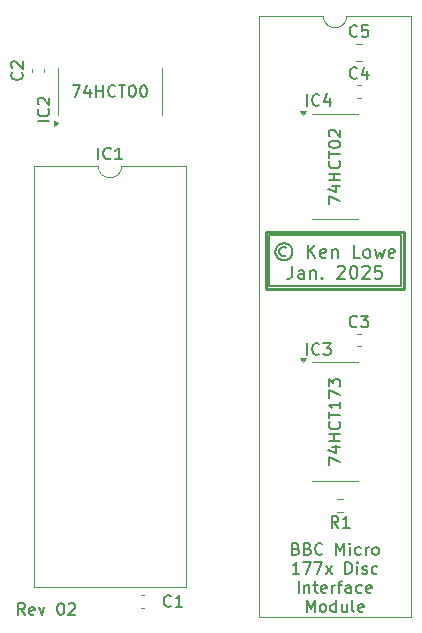
<source format=gbr>
%TF.GenerationSoftware,KiCad,Pcbnew,8.0.7*%
%TF.CreationDate,2025-01-07T22:57:07+00:00*%
%TF.ProjectId,177x,31373778-2e6b-4696-9361-645f70636258,01*%
%TF.SameCoordinates,Original*%
%TF.FileFunction,Legend,Top*%
%TF.FilePolarity,Positive*%
%FSLAX46Y46*%
G04 Gerber Fmt 4.6, Leading zero omitted, Abs format (unit mm)*
G04 Created by KiCad (PCBNEW 8.0.7) date 2025-01-07 22:57:07*
%MOMM*%
%LPD*%
G01*
G04 APERTURE LIST*
%ADD10C,0.250000*%
%ADD11C,0.150000*%
%ADD12C,0.120000*%
G04 APERTURE END LIST*
D10*
X102113000Y-54097000D02*
X113797000Y-54097000D01*
X113797000Y-58923000D01*
X102113000Y-58923000D01*
X102113000Y-54097000D01*
D11*
X102367000Y-54351000D02*
X113543000Y-54351000D01*
X113543000Y-58669000D01*
X102367000Y-58669000D01*
X102367000Y-54351000D01*
X81685207Y-86478819D02*
X81351874Y-86002628D01*
X81113779Y-86478819D02*
X81113779Y-85478819D01*
X81113779Y-85478819D02*
X81494731Y-85478819D01*
X81494731Y-85478819D02*
X81589969Y-85526438D01*
X81589969Y-85526438D02*
X81637588Y-85574057D01*
X81637588Y-85574057D02*
X81685207Y-85669295D01*
X81685207Y-85669295D02*
X81685207Y-85812152D01*
X81685207Y-85812152D02*
X81637588Y-85907390D01*
X81637588Y-85907390D02*
X81589969Y-85955009D01*
X81589969Y-85955009D02*
X81494731Y-86002628D01*
X81494731Y-86002628D02*
X81113779Y-86002628D01*
X82494731Y-86431200D02*
X82399493Y-86478819D01*
X82399493Y-86478819D02*
X82209017Y-86478819D01*
X82209017Y-86478819D02*
X82113779Y-86431200D01*
X82113779Y-86431200D02*
X82066160Y-86335961D01*
X82066160Y-86335961D02*
X82066160Y-85955009D01*
X82066160Y-85955009D02*
X82113779Y-85859771D01*
X82113779Y-85859771D02*
X82209017Y-85812152D01*
X82209017Y-85812152D02*
X82399493Y-85812152D01*
X82399493Y-85812152D02*
X82494731Y-85859771D01*
X82494731Y-85859771D02*
X82542350Y-85955009D01*
X82542350Y-85955009D02*
X82542350Y-86050247D01*
X82542350Y-86050247D02*
X82066160Y-86145485D01*
X82875684Y-85812152D02*
X83113779Y-86478819D01*
X83113779Y-86478819D02*
X83351874Y-85812152D01*
X84685208Y-85478819D02*
X84780446Y-85478819D01*
X84780446Y-85478819D02*
X84875684Y-85526438D01*
X84875684Y-85526438D02*
X84923303Y-85574057D01*
X84923303Y-85574057D02*
X84970922Y-85669295D01*
X84970922Y-85669295D02*
X85018541Y-85859771D01*
X85018541Y-85859771D02*
X85018541Y-86097866D01*
X85018541Y-86097866D02*
X84970922Y-86288342D01*
X84970922Y-86288342D02*
X84923303Y-86383580D01*
X84923303Y-86383580D02*
X84875684Y-86431200D01*
X84875684Y-86431200D02*
X84780446Y-86478819D01*
X84780446Y-86478819D02*
X84685208Y-86478819D01*
X84685208Y-86478819D02*
X84589970Y-86431200D01*
X84589970Y-86431200D02*
X84542351Y-86383580D01*
X84542351Y-86383580D02*
X84494732Y-86288342D01*
X84494732Y-86288342D02*
X84447113Y-86097866D01*
X84447113Y-86097866D02*
X84447113Y-85859771D01*
X84447113Y-85859771D02*
X84494732Y-85669295D01*
X84494732Y-85669295D02*
X84542351Y-85574057D01*
X84542351Y-85574057D02*
X84589970Y-85526438D01*
X84589970Y-85526438D02*
X84685208Y-85478819D01*
X85399494Y-85574057D02*
X85447113Y-85526438D01*
X85447113Y-85526438D02*
X85542351Y-85478819D01*
X85542351Y-85478819D02*
X85780446Y-85478819D01*
X85780446Y-85478819D02*
X85875684Y-85526438D01*
X85875684Y-85526438D02*
X85923303Y-85574057D01*
X85923303Y-85574057D02*
X85970922Y-85669295D01*
X85970922Y-85669295D02*
X85970922Y-85764533D01*
X85970922Y-85764533D02*
X85923303Y-85907390D01*
X85923303Y-85907390D02*
X85351875Y-86478819D01*
X85351875Y-86478819D02*
X85970922Y-86478819D01*
X103816905Y-55409547D02*
X103712144Y-55357166D01*
X103712144Y-55357166D02*
X103502620Y-55357166D01*
X103502620Y-55357166D02*
X103397858Y-55409547D01*
X103397858Y-55409547D02*
X103293096Y-55514309D01*
X103293096Y-55514309D02*
X103240715Y-55619071D01*
X103240715Y-55619071D02*
X103240715Y-55828595D01*
X103240715Y-55828595D02*
X103293096Y-55933357D01*
X103293096Y-55933357D02*
X103397858Y-56038119D01*
X103397858Y-56038119D02*
X103502620Y-56090500D01*
X103502620Y-56090500D02*
X103712144Y-56090500D01*
X103712144Y-56090500D02*
X103816905Y-56038119D01*
X103607382Y-54990500D02*
X103345477Y-55042881D01*
X103345477Y-55042881D02*
X103083572Y-55200023D01*
X103083572Y-55200023D02*
X102926429Y-55461928D01*
X102926429Y-55461928D02*
X102874048Y-55723833D01*
X102874048Y-55723833D02*
X102926429Y-55985738D01*
X102926429Y-55985738D02*
X103083572Y-56247642D01*
X103083572Y-56247642D02*
X103345477Y-56404785D01*
X103345477Y-56404785D02*
X103607382Y-56457166D01*
X103607382Y-56457166D02*
X103869286Y-56404785D01*
X103869286Y-56404785D02*
X104131191Y-56247642D01*
X104131191Y-56247642D02*
X104288334Y-55985738D01*
X104288334Y-55985738D02*
X104340715Y-55723833D01*
X104340715Y-55723833D02*
X104288334Y-55461928D01*
X104288334Y-55461928D02*
X104131191Y-55200023D01*
X104131191Y-55200023D02*
X103869286Y-55042881D01*
X103869286Y-55042881D02*
X103607382Y-54990500D01*
X105650238Y-56247642D02*
X105650238Y-55147642D01*
X106278810Y-56247642D02*
X105807381Y-55619071D01*
X106278810Y-55147642D02*
X105650238Y-55776214D01*
X107169286Y-56195262D02*
X107064524Y-56247642D01*
X107064524Y-56247642D02*
X106855000Y-56247642D01*
X106855000Y-56247642D02*
X106750238Y-56195262D01*
X106750238Y-56195262D02*
X106697857Y-56090500D01*
X106697857Y-56090500D02*
X106697857Y-55671452D01*
X106697857Y-55671452D02*
X106750238Y-55566690D01*
X106750238Y-55566690D02*
X106855000Y-55514309D01*
X106855000Y-55514309D02*
X107064524Y-55514309D01*
X107064524Y-55514309D02*
X107169286Y-55566690D01*
X107169286Y-55566690D02*
X107221667Y-55671452D01*
X107221667Y-55671452D02*
X107221667Y-55776214D01*
X107221667Y-55776214D02*
X106697857Y-55880976D01*
X107693095Y-55514309D02*
X107693095Y-56247642D01*
X107693095Y-55619071D02*
X107745476Y-55566690D01*
X107745476Y-55566690D02*
X107850238Y-55514309D01*
X107850238Y-55514309D02*
X108007381Y-55514309D01*
X108007381Y-55514309D02*
X108112143Y-55566690D01*
X108112143Y-55566690D02*
X108164524Y-55671452D01*
X108164524Y-55671452D02*
X108164524Y-56247642D01*
X110050238Y-56247642D02*
X109526428Y-56247642D01*
X109526428Y-56247642D02*
X109526428Y-55147642D01*
X110574047Y-56247642D02*
X110469285Y-56195262D01*
X110469285Y-56195262D02*
X110416904Y-56142881D01*
X110416904Y-56142881D02*
X110364523Y-56038119D01*
X110364523Y-56038119D02*
X110364523Y-55723833D01*
X110364523Y-55723833D02*
X110416904Y-55619071D01*
X110416904Y-55619071D02*
X110469285Y-55566690D01*
X110469285Y-55566690D02*
X110574047Y-55514309D01*
X110574047Y-55514309D02*
X110731190Y-55514309D01*
X110731190Y-55514309D02*
X110835952Y-55566690D01*
X110835952Y-55566690D02*
X110888333Y-55619071D01*
X110888333Y-55619071D02*
X110940714Y-55723833D01*
X110940714Y-55723833D02*
X110940714Y-56038119D01*
X110940714Y-56038119D02*
X110888333Y-56142881D01*
X110888333Y-56142881D02*
X110835952Y-56195262D01*
X110835952Y-56195262D02*
X110731190Y-56247642D01*
X110731190Y-56247642D02*
X110574047Y-56247642D01*
X111307380Y-55514309D02*
X111516904Y-56247642D01*
X111516904Y-56247642D02*
X111726428Y-55723833D01*
X111726428Y-55723833D02*
X111935952Y-56247642D01*
X111935952Y-56247642D02*
X112145476Y-55514309D01*
X112983571Y-56195262D02*
X112878809Y-56247642D01*
X112878809Y-56247642D02*
X112669285Y-56247642D01*
X112669285Y-56247642D02*
X112564523Y-56195262D01*
X112564523Y-56195262D02*
X112512142Y-56090500D01*
X112512142Y-56090500D02*
X112512142Y-55671452D01*
X112512142Y-55671452D02*
X112564523Y-55566690D01*
X112564523Y-55566690D02*
X112669285Y-55514309D01*
X112669285Y-55514309D02*
X112878809Y-55514309D01*
X112878809Y-55514309D02*
X112983571Y-55566690D01*
X112983571Y-55566690D02*
X113035952Y-55671452D01*
X113035952Y-55671452D02*
X113035952Y-55776214D01*
X113035952Y-55776214D02*
X112512142Y-55880976D01*
X104340714Y-56918580D02*
X104340714Y-57704295D01*
X104340714Y-57704295D02*
X104288333Y-57861438D01*
X104288333Y-57861438D02*
X104183571Y-57966200D01*
X104183571Y-57966200D02*
X104026428Y-58018580D01*
X104026428Y-58018580D02*
X103921666Y-58018580D01*
X105335952Y-58018580D02*
X105335952Y-57442390D01*
X105335952Y-57442390D02*
X105283571Y-57337628D01*
X105283571Y-57337628D02*
X105178809Y-57285247D01*
X105178809Y-57285247D02*
X104969285Y-57285247D01*
X104969285Y-57285247D02*
X104864523Y-57337628D01*
X105335952Y-57966200D02*
X105231190Y-58018580D01*
X105231190Y-58018580D02*
X104969285Y-58018580D01*
X104969285Y-58018580D02*
X104864523Y-57966200D01*
X104864523Y-57966200D02*
X104812142Y-57861438D01*
X104812142Y-57861438D02*
X104812142Y-57756676D01*
X104812142Y-57756676D02*
X104864523Y-57651914D01*
X104864523Y-57651914D02*
X104969285Y-57599533D01*
X104969285Y-57599533D02*
X105231190Y-57599533D01*
X105231190Y-57599533D02*
X105335952Y-57547152D01*
X105859761Y-57285247D02*
X105859761Y-58018580D01*
X105859761Y-57390009D02*
X105912142Y-57337628D01*
X105912142Y-57337628D02*
X106016904Y-57285247D01*
X106016904Y-57285247D02*
X106174047Y-57285247D01*
X106174047Y-57285247D02*
X106278809Y-57337628D01*
X106278809Y-57337628D02*
X106331190Y-57442390D01*
X106331190Y-57442390D02*
X106331190Y-58018580D01*
X106854999Y-57913819D02*
X106907380Y-57966200D01*
X106907380Y-57966200D02*
X106854999Y-58018580D01*
X106854999Y-58018580D02*
X106802618Y-57966200D01*
X106802618Y-57966200D02*
X106854999Y-57913819D01*
X106854999Y-57913819D02*
X106854999Y-58018580D01*
X108164523Y-57023342D02*
X108216904Y-56970961D01*
X108216904Y-56970961D02*
X108321666Y-56918580D01*
X108321666Y-56918580D02*
X108583571Y-56918580D01*
X108583571Y-56918580D02*
X108688333Y-56970961D01*
X108688333Y-56970961D02*
X108740714Y-57023342D01*
X108740714Y-57023342D02*
X108793095Y-57128104D01*
X108793095Y-57128104D02*
X108793095Y-57232866D01*
X108793095Y-57232866D02*
X108740714Y-57390009D01*
X108740714Y-57390009D02*
X108112142Y-58018580D01*
X108112142Y-58018580D02*
X108793095Y-58018580D01*
X109474047Y-56918580D02*
X109578809Y-56918580D01*
X109578809Y-56918580D02*
X109683571Y-56970961D01*
X109683571Y-56970961D02*
X109735952Y-57023342D01*
X109735952Y-57023342D02*
X109788333Y-57128104D01*
X109788333Y-57128104D02*
X109840714Y-57337628D01*
X109840714Y-57337628D02*
X109840714Y-57599533D01*
X109840714Y-57599533D02*
X109788333Y-57809057D01*
X109788333Y-57809057D02*
X109735952Y-57913819D01*
X109735952Y-57913819D02*
X109683571Y-57966200D01*
X109683571Y-57966200D02*
X109578809Y-58018580D01*
X109578809Y-58018580D02*
X109474047Y-58018580D01*
X109474047Y-58018580D02*
X109369285Y-57966200D01*
X109369285Y-57966200D02*
X109316904Y-57913819D01*
X109316904Y-57913819D02*
X109264523Y-57809057D01*
X109264523Y-57809057D02*
X109212142Y-57599533D01*
X109212142Y-57599533D02*
X109212142Y-57337628D01*
X109212142Y-57337628D02*
X109264523Y-57128104D01*
X109264523Y-57128104D02*
X109316904Y-57023342D01*
X109316904Y-57023342D02*
X109369285Y-56970961D01*
X109369285Y-56970961D02*
X109474047Y-56918580D01*
X110259761Y-57023342D02*
X110312142Y-56970961D01*
X110312142Y-56970961D02*
X110416904Y-56918580D01*
X110416904Y-56918580D02*
X110678809Y-56918580D01*
X110678809Y-56918580D02*
X110783571Y-56970961D01*
X110783571Y-56970961D02*
X110835952Y-57023342D01*
X110835952Y-57023342D02*
X110888333Y-57128104D01*
X110888333Y-57128104D02*
X110888333Y-57232866D01*
X110888333Y-57232866D02*
X110835952Y-57390009D01*
X110835952Y-57390009D02*
X110207380Y-58018580D01*
X110207380Y-58018580D02*
X110888333Y-58018580D01*
X111883571Y-56918580D02*
X111359761Y-56918580D01*
X111359761Y-56918580D02*
X111307380Y-57442390D01*
X111307380Y-57442390D02*
X111359761Y-57390009D01*
X111359761Y-57390009D02*
X111464523Y-57337628D01*
X111464523Y-57337628D02*
X111726428Y-57337628D01*
X111726428Y-57337628D02*
X111831190Y-57390009D01*
X111831190Y-57390009D02*
X111883571Y-57442390D01*
X111883571Y-57442390D02*
X111935952Y-57547152D01*
X111935952Y-57547152D02*
X111935952Y-57809057D01*
X111935952Y-57809057D02*
X111883571Y-57913819D01*
X111883571Y-57913819D02*
X111831190Y-57966200D01*
X111831190Y-57966200D02*
X111726428Y-58018580D01*
X111726428Y-58018580D02*
X111464523Y-58018580D01*
X111464523Y-58018580D02*
X111359761Y-57966200D01*
X111359761Y-57966200D02*
X111307380Y-57913819D01*
X104640476Y-80871177D02*
X104783333Y-80918796D01*
X104783333Y-80918796D02*
X104830952Y-80966415D01*
X104830952Y-80966415D02*
X104878571Y-81061653D01*
X104878571Y-81061653D02*
X104878571Y-81204510D01*
X104878571Y-81204510D02*
X104830952Y-81299748D01*
X104830952Y-81299748D02*
X104783333Y-81347368D01*
X104783333Y-81347368D02*
X104688095Y-81394987D01*
X104688095Y-81394987D02*
X104307143Y-81394987D01*
X104307143Y-81394987D02*
X104307143Y-80394987D01*
X104307143Y-80394987D02*
X104640476Y-80394987D01*
X104640476Y-80394987D02*
X104735714Y-80442606D01*
X104735714Y-80442606D02*
X104783333Y-80490225D01*
X104783333Y-80490225D02*
X104830952Y-80585463D01*
X104830952Y-80585463D02*
X104830952Y-80680701D01*
X104830952Y-80680701D02*
X104783333Y-80775939D01*
X104783333Y-80775939D02*
X104735714Y-80823558D01*
X104735714Y-80823558D02*
X104640476Y-80871177D01*
X104640476Y-80871177D02*
X104307143Y-80871177D01*
X105640476Y-80871177D02*
X105783333Y-80918796D01*
X105783333Y-80918796D02*
X105830952Y-80966415D01*
X105830952Y-80966415D02*
X105878571Y-81061653D01*
X105878571Y-81061653D02*
X105878571Y-81204510D01*
X105878571Y-81204510D02*
X105830952Y-81299748D01*
X105830952Y-81299748D02*
X105783333Y-81347368D01*
X105783333Y-81347368D02*
X105688095Y-81394987D01*
X105688095Y-81394987D02*
X105307143Y-81394987D01*
X105307143Y-81394987D02*
X105307143Y-80394987D01*
X105307143Y-80394987D02*
X105640476Y-80394987D01*
X105640476Y-80394987D02*
X105735714Y-80442606D01*
X105735714Y-80442606D02*
X105783333Y-80490225D01*
X105783333Y-80490225D02*
X105830952Y-80585463D01*
X105830952Y-80585463D02*
X105830952Y-80680701D01*
X105830952Y-80680701D02*
X105783333Y-80775939D01*
X105783333Y-80775939D02*
X105735714Y-80823558D01*
X105735714Y-80823558D02*
X105640476Y-80871177D01*
X105640476Y-80871177D02*
X105307143Y-80871177D01*
X106878571Y-81299748D02*
X106830952Y-81347368D01*
X106830952Y-81347368D02*
X106688095Y-81394987D01*
X106688095Y-81394987D02*
X106592857Y-81394987D01*
X106592857Y-81394987D02*
X106450000Y-81347368D01*
X106450000Y-81347368D02*
X106354762Y-81252129D01*
X106354762Y-81252129D02*
X106307143Y-81156891D01*
X106307143Y-81156891D02*
X106259524Y-80966415D01*
X106259524Y-80966415D02*
X106259524Y-80823558D01*
X106259524Y-80823558D02*
X106307143Y-80633082D01*
X106307143Y-80633082D02*
X106354762Y-80537844D01*
X106354762Y-80537844D02*
X106450000Y-80442606D01*
X106450000Y-80442606D02*
X106592857Y-80394987D01*
X106592857Y-80394987D02*
X106688095Y-80394987D01*
X106688095Y-80394987D02*
X106830952Y-80442606D01*
X106830952Y-80442606D02*
X106878571Y-80490225D01*
X108069048Y-81394987D02*
X108069048Y-80394987D01*
X108069048Y-80394987D02*
X108402381Y-81109272D01*
X108402381Y-81109272D02*
X108735714Y-80394987D01*
X108735714Y-80394987D02*
X108735714Y-81394987D01*
X109211905Y-81394987D02*
X109211905Y-80728320D01*
X109211905Y-80394987D02*
X109164286Y-80442606D01*
X109164286Y-80442606D02*
X109211905Y-80490225D01*
X109211905Y-80490225D02*
X109259524Y-80442606D01*
X109259524Y-80442606D02*
X109211905Y-80394987D01*
X109211905Y-80394987D02*
X109211905Y-80490225D01*
X110116666Y-81347368D02*
X110021428Y-81394987D01*
X110021428Y-81394987D02*
X109830952Y-81394987D01*
X109830952Y-81394987D02*
X109735714Y-81347368D01*
X109735714Y-81347368D02*
X109688095Y-81299748D01*
X109688095Y-81299748D02*
X109640476Y-81204510D01*
X109640476Y-81204510D02*
X109640476Y-80918796D01*
X109640476Y-80918796D02*
X109688095Y-80823558D01*
X109688095Y-80823558D02*
X109735714Y-80775939D01*
X109735714Y-80775939D02*
X109830952Y-80728320D01*
X109830952Y-80728320D02*
X110021428Y-80728320D01*
X110021428Y-80728320D02*
X110116666Y-80775939D01*
X110545238Y-81394987D02*
X110545238Y-80728320D01*
X110545238Y-80918796D02*
X110592857Y-80823558D01*
X110592857Y-80823558D02*
X110640476Y-80775939D01*
X110640476Y-80775939D02*
X110735714Y-80728320D01*
X110735714Y-80728320D02*
X110830952Y-80728320D01*
X111307143Y-81394987D02*
X111211905Y-81347368D01*
X111211905Y-81347368D02*
X111164286Y-81299748D01*
X111164286Y-81299748D02*
X111116667Y-81204510D01*
X111116667Y-81204510D02*
X111116667Y-80918796D01*
X111116667Y-80918796D02*
X111164286Y-80823558D01*
X111164286Y-80823558D02*
X111211905Y-80775939D01*
X111211905Y-80775939D02*
X111307143Y-80728320D01*
X111307143Y-80728320D02*
X111450000Y-80728320D01*
X111450000Y-80728320D02*
X111545238Y-80775939D01*
X111545238Y-80775939D02*
X111592857Y-80823558D01*
X111592857Y-80823558D02*
X111640476Y-80918796D01*
X111640476Y-80918796D02*
X111640476Y-81204510D01*
X111640476Y-81204510D02*
X111592857Y-81299748D01*
X111592857Y-81299748D02*
X111545238Y-81347368D01*
X111545238Y-81347368D02*
X111450000Y-81394987D01*
X111450000Y-81394987D02*
X111307143Y-81394987D01*
X104926190Y-83004931D02*
X104354762Y-83004931D01*
X104640476Y-83004931D02*
X104640476Y-82004931D01*
X104640476Y-82004931D02*
X104545238Y-82147788D01*
X104545238Y-82147788D02*
X104450000Y-82243026D01*
X104450000Y-82243026D02*
X104354762Y-82290645D01*
X105259524Y-82004931D02*
X105926190Y-82004931D01*
X105926190Y-82004931D02*
X105497619Y-83004931D01*
X106211905Y-82004931D02*
X106878571Y-82004931D01*
X106878571Y-82004931D02*
X106450000Y-83004931D01*
X107164286Y-83004931D02*
X107688095Y-82338264D01*
X107164286Y-82338264D02*
X107688095Y-83004931D01*
X108830953Y-83004931D02*
X108830953Y-82004931D01*
X108830953Y-82004931D02*
X109069048Y-82004931D01*
X109069048Y-82004931D02*
X109211905Y-82052550D01*
X109211905Y-82052550D02*
X109307143Y-82147788D01*
X109307143Y-82147788D02*
X109354762Y-82243026D01*
X109354762Y-82243026D02*
X109402381Y-82433502D01*
X109402381Y-82433502D02*
X109402381Y-82576359D01*
X109402381Y-82576359D02*
X109354762Y-82766835D01*
X109354762Y-82766835D02*
X109307143Y-82862073D01*
X109307143Y-82862073D02*
X109211905Y-82957312D01*
X109211905Y-82957312D02*
X109069048Y-83004931D01*
X109069048Y-83004931D02*
X108830953Y-83004931D01*
X109830953Y-83004931D02*
X109830953Y-82338264D01*
X109830953Y-82004931D02*
X109783334Y-82052550D01*
X109783334Y-82052550D02*
X109830953Y-82100169D01*
X109830953Y-82100169D02*
X109878572Y-82052550D01*
X109878572Y-82052550D02*
X109830953Y-82004931D01*
X109830953Y-82004931D02*
X109830953Y-82100169D01*
X110259524Y-82957312D02*
X110354762Y-83004931D01*
X110354762Y-83004931D02*
X110545238Y-83004931D01*
X110545238Y-83004931D02*
X110640476Y-82957312D01*
X110640476Y-82957312D02*
X110688095Y-82862073D01*
X110688095Y-82862073D02*
X110688095Y-82814454D01*
X110688095Y-82814454D02*
X110640476Y-82719216D01*
X110640476Y-82719216D02*
X110545238Y-82671597D01*
X110545238Y-82671597D02*
X110402381Y-82671597D01*
X110402381Y-82671597D02*
X110307143Y-82623978D01*
X110307143Y-82623978D02*
X110259524Y-82528740D01*
X110259524Y-82528740D02*
X110259524Y-82481121D01*
X110259524Y-82481121D02*
X110307143Y-82385883D01*
X110307143Y-82385883D02*
X110402381Y-82338264D01*
X110402381Y-82338264D02*
X110545238Y-82338264D01*
X110545238Y-82338264D02*
X110640476Y-82385883D01*
X111545238Y-82957312D02*
X111450000Y-83004931D01*
X111450000Y-83004931D02*
X111259524Y-83004931D01*
X111259524Y-83004931D02*
X111164286Y-82957312D01*
X111164286Y-82957312D02*
X111116667Y-82909692D01*
X111116667Y-82909692D02*
X111069048Y-82814454D01*
X111069048Y-82814454D02*
X111069048Y-82528740D01*
X111069048Y-82528740D02*
X111116667Y-82433502D01*
X111116667Y-82433502D02*
X111164286Y-82385883D01*
X111164286Y-82385883D02*
X111259524Y-82338264D01*
X111259524Y-82338264D02*
X111450000Y-82338264D01*
X111450000Y-82338264D02*
X111545238Y-82385883D01*
X104878571Y-84614875D02*
X104878571Y-83614875D01*
X105354761Y-83948208D02*
X105354761Y-84614875D01*
X105354761Y-84043446D02*
X105402380Y-83995827D01*
X105402380Y-83995827D02*
X105497618Y-83948208D01*
X105497618Y-83948208D02*
X105640475Y-83948208D01*
X105640475Y-83948208D02*
X105735713Y-83995827D01*
X105735713Y-83995827D02*
X105783332Y-84091065D01*
X105783332Y-84091065D02*
X105783332Y-84614875D01*
X106116666Y-83948208D02*
X106497618Y-83948208D01*
X106259523Y-83614875D02*
X106259523Y-84472017D01*
X106259523Y-84472017D02*
X106307142Y-84567256D01*
X106307142Y-84567256D02*
X106402380Y-84614875D01*
X106402380Y-84614875D02*
X106497618Y-84614875D01*
X107211904Y-84567256D02*
X107116666Y-84614875D01*
X107116666Y-84614875D02*
X106926190Y-84614875D01*
X106926190Y-84614875D02*
X106830952Y-84567256D01*
X106830952Y-84567256D02*
X106783333Y-84472017D01*
X106783333Y-84472017D02*
X106783333Y-84091065D01*
X106783333Y-84091065D02*
X106830952Y-83995827D01*
X106830952Y-83995827D02*
X106926190Y-83948208D01*
X106926190Y-83948208D02*
X107116666Y-83948208D01*
X107116666Y-83948208D02*
X107211904Y-83995827D01*
X107211904Y-83995827D02*
X107259523Y-84091065D01*
X107259523Y-84091065D02*
X107259523Y-84186303D01*
X107259523Y-84186303D02*
X106783333Y-84281541D01*
X107688095Y-84614875D02*
X107688095Y-83948208D01*
X107688095Y-84138684D02*
X107735714Y-84043446D01*
X107735714Y-84043446D02*
X107783333Y-83995827D01*
X107783333Y-83995827D02*
X107878571Y-83948208D01*
X107878571Y-83948208D02*
X107973809Y-83948208D01*
X108164286Y-83948208D02*
X108545238Y-83948208D01*
X108307143Y-84614875D02*
X108307143Y-83757732D01*
X108307143Y-83757732D02*
X108354762Y-83662494D01*
X108354762Y-83662494D02*
X108450000Y-83614875D01*
X108450000Y-83614875D02*
X108545238Y-83614875D01*
X109307143Y-84614875D02*
X109307143Y-84091065D01*
X109307143Y-84091065D02*
X109259524Y-83995827D01*
X109259524Y-83995827D02*
X109164286Y-83948208D01*
X109164286Y-83948208D02*
X108973810Y-83948208D01*
X108973810Y-83948208D02*
X108878572Y-83995827D01*
X109307143Y-84567256D02*
X109211905Y-84614875D01*
X109211905Y-84614875D02*
X108973810Y-84614875D01*
X108973810Y-84614875D02*
X108878572Y-84567256D01*
X108878572Y-84567256D02*
X108830953Y-84472017D01*
X108830953Y-84472017D02*
X108830953Y-84376779D01*
X108830953Y-84376779D02*
X108878572Y-84281541D01*
X108878572Y-84281541D02*
X108973810Y-84233922D01*
X108973810Y-84233922D02*
X109211905Y-84233922D01*
X109211905Y-84233922D02*
X109307143Y-84186303D01*
X110211905Y-84567256D02*
X110116667Y-84614875D01*
X110116667Y-84614875D02*
X109926191Y-84614875D01*
X109926191Y-84614875D02*
X109830953Y-84567256D01*
X109830953Y-84567256D02*
X109783334Y-84519636D01*
X109783334Y-84519636D02*
X109735715Y-84424398D01*
X109735715Y-84424398D02*
X109735715Y-84138684D01*
X109735715Y-84138684D02*
X109783334Y-84043446D01*
X109783334Y-84043446D02*
X109830953Y-83995827D01*
X109830953Y-83995827D02*
X109926191Y-83948208D01*
X109926191Y-83948208D02*
X110116667Y-83948208D01*
X110116667Y-83948208D02*
X110211905Y-83995827D01*
X111021429Y-84567256D02*
X110926191Y-84614875D01*
X110926191Y-84614875D02*
X110735715Y-84614875D01*
X110735715Y-84614875D02*
X110640477Y-84567256D01*
X110640477Y-84567256D02*
X110592858Y-84472017D01*
X110592858Y-84472017D02*
X110592858Y-84091065D01*
X110592858Y-84091065D02*
X110640477Y-83995827D01*
X110640477Y-83995827D02*
X110735715Y-83948208D01*
X110735715Y-83948208D02*
X110926191Y-83948208D01*
X110926191Y-83948208D02*
X111021429Y-83995827D01*
X111021429Y-83995827D02*
X111069048Y-84091065D01*
X111069048Y-84091065D02*
X111069048Y-84186303D01*
X111069048Y-84186303D02*
X110592858Y-84281541D01*
X105569047Y-86224819D02*
X105569047Y-85224819D01*
X105569047Y-85224819D02*
X105902380Y-85939104D01*
X105902380Y-85939104D02*
X106235713Y-85224819D01*
X106235713Y-85224819D02*
X106235713Y-86224819D01*
X106854761Y-86224819D02*
X106759523Y-86177200D01*
X106759523Y-86177200D02*
X106711904Y-86129580D01*
X106711904Y-86129580D02*
X106664285Y-86034342D01*
X106664285Y-86034342D02*
X106664285Y-85748628D01*
X106664285Y-85748628D02*
X106711904Y-85653390D01*
X106711904Y-85653390D02*
X106759523Y-85605771D01*
X106759523Y-85605771D02*
X106854761Y-85558152D01*
X106854761Y-85558152D02*
X106997618Y-85558152D01*
X106997618Y-85558152D02*
X107092856Y-85605771D01*
X107092856Y-85605771D02*
X107140475Y-85653390D01*
X107140475Y-85653390D02*
X107188094Y-85748628D01*
X107188094Y-85748628D02*
X107188094Y-86034342D01*
X107188094Y-86034342D02*
X107140475Y-86129580D01*
X107140475Y-86129580D02*
X107092856Y-86177200D01*
X107092856Y-86177200D02*
X106997618Y-86224819D01*
X106997618Y-86224819D02*
X106854761Y-86224819D01*
X108045237Y-86224819D02*
X108045237Y-85224819D01*
X108045237Y-86177200D02*
X107949999Y-86224819D01*
X107949999Y-86224819D02*
X107759523Y-86224819D01*
X107759523Y-86224819D02*
X107664285Y-86177200D01*
X107664285Y-86177200D02*
X107616666Y-86129580D01*
X107616666Y-86129580D02*
X107569047Y-86034342D01*
X107569047Y-86034342D02*
X107569047Y-85748628D01*
X107569047Y-85748628D02*
X107616666Y-85653390D01*
X107616666Y-85653390D02*
X107664285Y-85605771D01*
X107664285Y-85605771D02*
X107759523Y-85558152D01*
X107759523Y-85558152D02*
X107949999Y-85558152D01*
X107949999Y-85558152D02*
X108045237Y-85605771D01*
X108949999Y-85558152D02*
X108949999Y-86224819D01*
X108521428Y-85558152D02*
X108521428Y-86081961D01*
X108521428Y-86081961D02*
X108569047Y-86177200D01*
X108569047Y-86177200D02*
X108664285Y-86224819D01*
X108664285Y-86224819D02*
X108807142Y-86224819D01*
X108807142Y-86224819D02*
X108902380Y-86177200D01*
X108902380Y-86177200D02*
X108949999Y-86129580D01*
X109569047Y-86224819D02*
X109473809Y-86177200D01*
X109473809Y-86177200D02*
X109426190Y-86081961D01*
X109426190Y-86081961D02*
X109426190Y-85224819D01*
X110330952Y-86177200D02*
X110235714Y-86224819D01*
X110235714Y-86224819D02*
X110045238Y-86224819D01*
X110045238Y-86224819D02*
X109950000Y-86177200D01*
X109950000Y-86177200D02*
X109902381Y-86081961D01*
X109902381Y-86081961D02*
X109902381Y-85701009D01*
X109902381Y-85701009D02*
X109950000Y-85605771D01*
X109950000Y-85605771D02*
X110045238Y-85558152D01*
X110045238Y-85558152D02*
X110235714Y-85558152D01*
X110235714Y-85558152D02*
X110330952Y-85605771D01*
X110330952Y-85605771D02*
X110378571Y-85701009D01*
X110378571Y-85701009D02*
X110378571Y-85796247D01*
X110378571Y-85796247D02*
X109902381Y-85891485D01*
X109815333Y-37443580D02*
X109767714Y-37491200D01*
X109767714Y-37491200D02*
X109624857Y-37538819D01*
X109624857Y-37538819D02*
X109529619Y-37538819D01*
X109529619Y-37538819D02*
X109386762Y-37491200D01*
X109386762Y-37491200D02*
X109291524Y-37395961D01*
X109291524Y-37395961D02*
X109243905Y-37300723D01*
X109243905Y-37300723D02*
X109196286Y-37110247D01*
X109196286Y-37110247D02*
X109196286Y-36967390D01*
X109196286Y-36967390D02*
X109243905Y-36776914D01*
X109243905Y-36776914D02*
X109291524Y-36681676D01*
X109291524Y-36681676D02*
X109386762Y-36586438D01*
X109386762Y-36586438D02*
X109529619Y-36538819D01*
X109529619Y-36538819D02*
X109624857Y-36538819D01*
X109624857Y-36538819D02*
X109767714Y-36586438D01*
X109767714Y-36586438D02*
X109815333Y-36634057D01*
X110720095Y-36538819D02*
X110243905Y-36538819D01*
X110243905Y-36538819D02*
X110196286Y-37015009D01*
X110196286Y-37015009D02*
X110243905Y-36967390D01*
X110243905Y-36967390D02*
X110339143Y-36919771D01*
X110339143Y-36919771D02*
X110577238Y-36919771D01*
X110577238Y-36919771D02*
X110672476Y-36967390D01*
X110672476Y-36967390D02*
X110720095Y-37015009D01*
X110720095Y-37015009D02*
X110767714Y-37110247D01*
X110767714Y-37110247D02*
X110767714Y-37348342D01*
X110767714Y-37348342D02*
X110720095Y-37443580D01*
X110720095Y-37443580D02*
X110672476Y-37491200D01*
X110672476Y-37491200D02*
X110577238Y-37538819D01*
X110577238Y-37538819D02*
X110339143Y-37538819D01*
X110339143Y-37538819D02*
X110243905Y-37491200D01*
X110243905Y-37491200D02*
X110196286Y-37443580D01*
X105583810Y-43375819D02*
X105583810Y-42375819D01*
X106631428Y-43280580D02*
X106583809Y-43328200D01*
X106583809Y-43328200D02*
X106440952Y-43375819D01*
X106440952Y-43375819D02*
X106345714Y-43375819D01*
X106345714Y-43375819D02*
X106202857Y-43328200D01*
X106202857Y-43328200D02*
X106107619Y-43232961D01*
X106107619Y-43232961D02*
X106060000Y-43137723D01*
X106060000Y-43137723D02*
X106012381Y-42947247D01*
X106012381Y-42947247D02*
X106012381Y-42804390D01*
X106012381Y-42804390D02*
X106060000Y-42613914D01*
X106060000Y-42613914D02*
X106107619Y-42518676D01*
X106107619Y-42518676D02*
X106202857Y-42423438D01*
X106202857Y-42423438D02*
X106345714Y-42375819D01*
X106345714Y-42375819D02*
X106440952Y-42375819D01*
X106440952Y-42375819D02*
X106583809Y-42423438D01*
X106583809Y-42423438D02*
X106631428Y-42471057D01*
X107488571Y-42709152D02*
X107488571Y-43375819D01*
X107250476Y-42328200D02*
X107012381Y-43042485D01*
X107012381Y-43042485D02*
X107631428Y-43042485D01*
X107404819Y-51680666D02*
X107404819Y-51014000D01*
X107404819Y-51014000D02*
X108404819Y-51442571D01*
X107738152Y-50204476D02*
X108404819Y-50204476D01*
X107357200Y-50442571D02*
X108071485Y-50680666D01*
X108071485Y-50680666D02*
X108071485Y-50061619D01*
X108404819Y-49680666D02*
X107404819Y-49680666D01*
X107881009Y-49680666D02*
X107881009Y-49109238D01*
X108404819Y-49109238D02*
X107404819Y-49109238D01*
X108309580Y-48061619D02*
X108357200Y-48109238D01*
X108357200Y-48109238D02*
X108404819Y-48252095D01*
X108404819Y-48252095D02*
X108404819Y-48347333D01*
X108404819Y-48347333D02*
X108357200Y-48490190D01*
X108357200Y-48490190D02*
X108261961Y-48585428D01*
X108261961Y-48585428D02*
X108166723Y-48633047D01*
X108166723Y-48633047D02*
X107976247Y-48680666D01*
X107976247Y-48680666D02*
X107833390Y-48680666D01*
X107833390Y-48680666D02*
X107642914Y-48633047D01*
X107642914Y-48633047D02*
X107547676Y-48585428D01*
X107547676Y-48585428D02*
X107452438Y-48490190D01*
X107452438Y-48490190D02*
X107404819Y-48347333D01*
X107404819Y-48347333D02*
X107404819Y-48252095D01*
X107404819Y-48252095D02*
X107452438Y-48109238D01*
X107452438Y-48109238D02*
X107500057Y-48061619D01*
X107404819Y-47775904D02*
X107404819Y-47204476D01*
X108404819Y-47490190D02*
X107404819Y-47490190D01*
X107404819Y-46680666D02*
X107404819Y-46585428D01*
X107404819Y-46585428D02*
X107452438Y-46490190D01*
X107452438Y-46490190D02*
X107500057Y-46442571D01*
X107500057Y-46442571D02*
X107595295Y-46394952D01*
X107595295Y-46394952D02*
X107785771Y-46347333D01*
X107785771Y-46347333D02*
X108023866Y-46347333D01*
X108023866Y-46347333D02*
X108214342Y-46394952D01*
X108214342Y-46394952D02*
X108309580Y-46442571D01*
X108309580Y-46442571D02*
X108357200Y-46490190D01*
X108357200Y-46490190D02*
X108404819Y-46585428D01*
X108404819Y-46585428D02*
X108404819Y-46680666D01*
X108404819Y-46680666D02*
X108357200Y-46775904D01*
X108357200Y-46775904D02*
X108309580Y-46823523D01*
X108309580Y-46823523D02*
X108214342Y-46871142D01*
X108214342Y-46871142D02*
X108023866Y-46918761D01*
X108023866Y-46918761D02*
X107785771Y-46918761D01*
X107785771Y-46918761D02*
X107595295Y-46871142D01*
X107595295Y-46871142D02*
X107500057Y-46823523D01*
X107500057Y-46823523D02*
X107452438Y-46775904D01*
X107452438Y-46775904D02*
X107404819Y-46680666D01*
X107500057Y-45966380D02*
X107452438Y-45918761D01*
X107452438Y-45918761D02*
X107404819Y-45823523D01*
X107404819Y-45823523D02*
X107404819Y-45585428D01*
X107404819Y-45585428D02*
X107452438Y-45490190D01*
X107452438Y-45490190D02*
X107500057Y-45442571D01*
X107500057Y-45442571D02*
X107595295Y-45394952D01*
X107595295Y-45394952D02*
X107690533Y-45394952D01*
X107690533Y-45394952D02*
X107833390Y-45442571D01*
X107833390Y-45442571D02*
X108404819Y-46013999D01*
X108404819Y-46013999D02*
X108404819Y-45394952D01*
X109815333Y-62049580D02*
X109767714Y-62097200D01*
X109767714Y-62097200D02*
X109624857Y-62144819D01*
X109624857Y-62144819D02*
X109529619Y-62144819D01*
X109529619Y-62144819D02*
X109386762Y-62097200D01*
X109386762Y-62097200D02*
X109291524Y-62001961D01*
X109291524Y-62001961D02*
X109243905Y-61906723D01*
X109243905Y-61906723D02*
X109196286Y-61716247D01*
X109196286Y-61716247D02*
X109196286Y-61573390D01*
X109196286Y-61573390D02*
X109243905Y-61382914D01*
X109243905Y-61382914D02*
X109291524Y-61287676D01*
X109291524Y-61287676D02*
X109386762Y-61192438D01*
X109386762Y-61192438D02*
X109529619Y-61144819D01*
X109529619Y-61144819D02*
X109624857Y-61144819D01*
X109624857Y-61144819D02*
X109767714Y-61192438D01*
X109767714Y-61192438D02*
X109815333Y-61240057D01*
X110148667Y-61144819D02*
X110767714Y-61144819D01*
X110767714Y-61144819D02*
X110434381Y-61525771D01*
X110434381Y-61525771D02*
X110577238Y-61525771D01*
X110577238Y-61525771D02*
X110672476Y-61573390D01*
X110672476Y-61573390D02*
X110720095Y-61621009D01*
X110720095Y-61621009D02*
X110767714Y-61716247D01*
X110767714Y-61716247D02*
X110767714Y-61954342D01*
X110767714Y-61954342D02*
X110720095Y-62049580D01*
X110720095Y-62049580D02*
X110672476Y-62097200D01*
X110672476Y-62097200D02*
X110577238Y-62144819D01*
X110577238Y-62144819D02*
X110291524Y-62144819D01*
X110291524Y-62144819D02*
X110196286Y-62097200D01*
X110196286Y-62097200D02*
X110148667Y-62049580D01*
X94067333Y-85703580D02*
X94019714Y-85751200D01*
X94019714Y-85751200D02*
X93876857Y-85798819D01*
X93876857Y-85798819D02*
X93781619Y-85798819D01*
X93781619Y-85798819D02*
X93638762Y-85751200D01*
X93638762Y-85751200D02*
X93543524Y-85655961D01*
X93543524Y-85655961D02*
X93495905Y-85560723D01*
X93495905Y-85560723D02*
X93448286Y-85370247D01*
X93448286Y-85370247D02*
X93448286Y-85227390D01*
X93448286Y-85227390D02*
X93495905Y-85036914D01*
X93495905Y-85036914D02*
X93543524Y-84941676D01*
X93543524Y-84941676D02*
X93638762Y-84846438D01*
X93638762Y-84846438D02*
X93781619Y-84798819D01*
X93781619Y-84798819D02*
X93876857Y-84798819D01*
X93876857Y-84798819D02*
X94019714Y-84846438D01*
X94019714Y-84846438D02*
X94067333Y-84894057D01*
X95019714Y-85798819D02*
X94448286Y-85798819D01*
X94734000Y-85798819D02*
X94734000Y-84798819D01*
X94734000Y-84798819D02*
X94638762Y-84941676D01*
X94638762Y-84941676D02*
X94543524Y-85036914D01*
X94543524Y-85036914D02*
X94448286Y-85084533D01*
X109815333Y-40999580D02*
X109767714Y-41047200D01*
X109767714Y-41047200D02*
X109624857Y-41094819D01*
X109624857Y-41094819D02*
X109529619Y-41094819D01*
X109529619Y-41094819D02*
X109386762Y-41047200D01*
X109386762Y-41047200D02*
X109291524Y-40951961D01*
X109291524Y-40951961D02*
X109243905Y-40856723D01*
X109243905Y-40856723D02*
X109196286Y-40666247D01*
X109196286Y-40666247D02*
X109196286Y-40523390D01*
X109196286Y-40523390D02*
X109243905Y-40332914D01*
X109243905Y-40332914D02*
X109291524Y-40237676D01*
X109291524Y-40237676D02*
X109386762Y-40142438D01*
X109386762Y-40142438D02*
X109529619Y-40094819D01*
X109529619Y-40094819D02*
X109624857Y-40094819D01*
X109624857Y-40094819D02*
X109767714Y-40142438D01*
X109767714Y-40142438D02*
X109815333Y-40190057D01*
X110672476Y-40428152D02*
X110672476Y-41094819D01*
X110434381Y-40047200D02*
X110196286Y-40761485D01*
X110196286Y-40761485D02*
X110815333Y-40761485D01*
X87918810Y-47918819D02*
X87918810Y-46918819D01*
X88966428Y-47823580D02*
X88918809Y-47871200D01*
X88918809Y-47871200D02*
X88775952Y-47918819D01*
X88775952Y-47918819D02*
X88680714Y-47918819D01*
X88680714Y-47918819D02*
X88537857Y-47871200D01*
X88537857Y-47871200D02*
X88442619Y-47775961D01*
X88442619Y-47775961D02*
X88395000Y-47680723D01*
X88395000Y-47680723D02*
X88347381Y-47490247D01*
X88347381Y-47490247D02*
X88347381Y-47347390D01*
X88347381Y-47347390D02*
X88395000Y-47156914D01*
X88395000Y-47156914D02*
X88442619Y-47061676D01*
X88442619Y-47061676D02*
X88537857Y-46966438D01*
X88537857Y-46966438D02*
X88680714Y-46918819D01*
X88680714Y-46918819D02*
X88775952Y-46918819D01*
X88775952Y-46918819D02*
X88918809Y-46966438D01*
X88918809Y-46966438D02*
X88966428Y-47014057D01*
X89918809Y-47918819D02*
X89347381Y-47918819D01*
X89633095Y-47918819D02*
X89633095Y-46918819D01*
X89633095Y-46918819D02*
X89537857Y-47061676D01*
X89537857Y-47061676D02*
X89442619Y-47156914D01*
X89442619Y-47156914D02*
X89347381Y-47204533D01*
X105583810Y-64457819D02*
X105583810Y-63457819D01*
X106631428Y-64362580D02*
X106583809Y-64410200D01*
X106583809Y-64410200D02*
X106440952Y-64457819D01*
X106440952Y-64457819D02*
X106345714Y-64457819D01*
X106345714Y-64457819D02*
X106202857Y-64410200D01*
X106202857Y-64410200D02*
X106107619Y-64314961D01*
X106107619Y-64314961D02*
X106060000Y-64219723D01*
X106060000Y-64219723D02*
X106012381Y-64029247D01*
X106012381Y-64029247D02*
X106012381Y-63886390D01*
X106012381Y-63886390D02*
X106060000Y-63695914D01*
X106060000Y-63695914D02*
X106107619Y-63600676D01*
X106107619Y-63600676D02*
X106202857Y-63505438D01*
X106202857Y-63505438D02*
X106345714Y-63457819D01*
X106345714Y-63457819D02*
X106440952Y-63457819D01*
X106440952Y-63457819D02*
X106583809Y-63505438D01*
X106583809Y-63505438D02*
X106631428Y-63553057D01*
X106964762Y-63457819D02*
X107583809Y-63457819D01*
X107583809Y-63457819D02*
X107250476Y-63838771D01*
X107250476Y-63838771D02*
X107393333Y-63838771D01*
X107393333Y-63838771D02*
X107488571Y-63886390D01*
X107488571Y-63886390D02*
X107536190Y-63934009D01*
X107536190Y-63934009D02*
X107583809Y-64029247D01*
X107583809Y-64029247D02*
X107583809Y-64267342D01*
X107583809Y-64267342D02*
X107536190Y-64362580D01*
X107536190Y-64362580D02*
X107488571Y-64410200D01*
X107488571Y-64410200D02*
X107393333Y-64457819D01*
X107393333Y-64457819D02*
X107107619Y-64457819D01*
X107107619Y-64457819D02*
X107012381Y-64410200D01*
X107012381Y-64410200D02*
X106964762Y-64362580D01*
X107404819Y-73746856D02*
X107404819Y-73080190D01*
X107404819Y-73080190D02*
X108404819Y-73508761D01*
X107738152Y-72270666D02*
X108404819Y-72270666D01*
X107357200Y-72508761D02*
X108071485Y-72746856D01*
X108071485Y-72746856D02*
X108071485Y-72127809D01*
X108404819Y-71746856D02*
X107404819Y-71746856D01*
X107881009Y-71746856D02*
X107881009Y-71175428D01*
X108404819Y-71175428D02*
X107404819Y-71175428D01*
X108309580Y-70127809D02*
X108357200Y-70175428D01*
X108357200Y-70175428D02*
X108404819Y-70318285D01*
X108404819Y-70318285D02*
X108404819Y-70413523D01*
X108404819Y-70413523D02*
X108357200Y-70556380D01*
X108357200Y-70556380D02*
X108261961Y-70651618D01*
X108261961Y-70651618D02*
X108166723Y-70699237D01*
X108166723Y-70699237D02*
X107976247Y-70746856D01*
X107976247Y-70746856D02*
X107833390Y-70746856D01*
X107833390Y-70746856D02*
X107642914Y-70699237D01*
X107642914Y-70699237D02*
X107547676Y-70651618D01*
X107547676Y-70651618D02*
X107452438Y-70556380D01*
X107452438Y-70556380D02*
X107404819Y-70413523D01*
X107404819Y-70413523D02*
X107404819Y-70318285D01*
X107404819Y-70318285D02*
X107452438Y-70175428D01*
X107452438Y-70175428D02*
X107500057Y-70127809D01*
X107404819Y-69842094D02*
X107404819Y-69270666D01*
X108404819Y-69556380D02*
X107404819Y-69556380D01*
X108404819Y-68413523D02*
X108404819Y-68984951D01*
X108404819Y-68699237D02*
X107404819Y-68699237D01*
X107404819Y-68699237D02*
X107547676Y-68794475D01*
X107547676Y-68794475D02*
X107642914Y-68889713D01*
X107642914Y-68889713D02*
X107690533Y-68984951D01*
X107404819Y-68080189D02*
X107404819Y-67413523D01*
X107404819Y-67413523D02*
X108404819Y-67842094D01*
X107404819Y-67127808D02*
X107404819Y-66508761D01*
X107404819Y-66508761D02*
X107785771Y-66842094D01*
X107785771Y-66842094D02*
X107785771Y-66699237D01*
X107785771Y-66699237D02*
X107833390Y-66603999D01*
X107833390Y-66603999D02*
X107881009Y-66556380D01*
X107881009Y-66556380D02*
X107976247Y-66508761D01*
X107976247Y-66508761D02*
X108214342Y-66508761D01*
X108214342Y-66508761D02*
X108309580Y-66556380D01*
X108309580Y-66556380D02*
X108357200Y-66603999D01*
X108357200Y-66603999D02*
X108404819Y-66699237D01*
X108404819Y-66699237D02*
X108404819Y-66984951D01*
X108404819Y-66984951D02*
X108357200Y-67080189D01*
X108357200Y-67080189D02*
X108309580Y-67127808D01*
X108228333Y-79100819D02*
X107895000Y-78624628D01*
X107656905Y-79100819D02*
X107656905Y-78100819D01*
X107656905Y-78100819D02*
X108037857Y-78100819D01*
X108037857Y-78100819D02*
X108133095Y-78148438D01*
X108133095Y-78148438D02*
X108180714Y-78196057D01*
X108180714Y-78196057D02*
X108228333Y-78291295D01*
X108228333Y-78291295D02*
X108228333Y-78434152D01*
X108228333Y-78434152D02*
X108180714Y-78529390D01*
X108180714Y-78529390D02*
X108133095Y-78577009D01*
X108133095Y-78577009D02*
X108037857Y-78624628D01*
X108037857Y-78624628D02*
X107656905Y-78624628D01*
X109180714Y-79100819D02*
X108609286Y-79100819D01*
X108895000Y-79100819D02*
X108895000Y-78100819D01*
X108895000Y-78100819D02*
X108799762Y-78243676D01*
X108799762Y-78243676D02*
X108704524Y-78338914D01*
X108704524Y-78338914D02*
X108609286Y-78386533D01*
X81419580Y-40552666D02*
X81467200Y-40600285D01*
X81467200Y-40600285D02*
X81514819Y-40743142D01*
X81514819Y-40743142D02*
X81514819Y-40838380D01*
X81514819Y-40838380D02*
X81467200Y-40981237D01*
X81467200Y-40981237D02*
X81371961Y-41076475D01*
X81371961Y-41076475D02*
X81276723Y-41124094D01*
X81276723Y-41124094D02*
X81086247Y-41171713D01*
X81086247Y-41171713D02*
X80943390Y-41171713D01*
X80943390Y-41171713D02*
X80752914Y-41124094D01*
X80752914Y-41124094D02*
X80657676Y-41076475D01*
X80657676Y-41076475D02*
X80562438Y-40981237D01*
X80562438Y-40981237D02*
X80514819Y-40838380D01*
X80514819Y-40838380D02*
X80514819Y-40743142D01*
X80514819Y-40743142D02*
X80562438Y-40600285D01*
X80562438Y-40600285D02*
X80610057Y-40552666D01*
X80610057Y-40171713D02*
X80562438Y-40124094D01*
X80562438Y-40124094D02*
X80514819Y-40028856D01*
X80514819Y-40028856D02*
X80514819Y-39790761D01*
X80514819Y-39790761D02*
X80562438Y-39695523D01*
X80562438Y-39695523D02*
X80610057Y-39647904D01*
X80610057Y-39647904D02*
X80705295Y-39600285D01*
X80705295Y-39600285D02*
X80800533Y-39600285D01*
X80800533Y-39600285D02*
X80943390Y-39647904D01*
X80943390Y-39647904D02*
X81514819Y-40219332D01*
X81514819Y-40219332D02*
X81514819Y-39600285D01*
X83771819Y-44690189D02*
X82771819Y-44690189D01*
X83676580Y-43642571D02*
X83724200Y-43690190D01*
X83724200Y-43690190D02*
X83771819Y-43833047D01*
X83771819Y-43833047D02*
X83771819Y-43928285D01*
X83771819Y-43928285D02*
X83724200Y-44071142D01*
X83724200Y-44071142D02*
X83628961Y-44166380D01*
X83628961Y-44166380D02*
X83533723Y-44213999D01*
X83533723Y-44213999D02*
X83343247Y-44261618D01*
X83343247Y-44261618D02*
X83200390Y-44261618D01*
X83200390Y-44261618D02*
X83009914Y-44213999D01*
X83009914Y-44213999D02*
X82914676Y-44166380D01*
X82914676Y-44166380D02*
X82819438Y-44071142D01*
X82819438Y-44071142D02*
X82771819Y-43928285D01*
X82771819Y-43928285D02*
X82771819Y-43833047D01*
X82771819Y-43833047D02*
X82819438Y-43690190D01*
X82819438Y-43690190D02*
X82867057Y-43642571D01*
X82867057Y-43261618D02*
X82819438Y-43213999D01*
X82819438Y-43213999D02*
X82771819Y-43118761D01*
X82771819Y-43118761D02*
X82771819Y-42880666D01*
X82771819Y-42880666D02*
X82819438Y-42785428D01*
X82819438Y-42785428D02*
X82867057Y-42737809D01*
X82867057Y-42737809D02*
X82962295Y-42690190D01*
X82962295Y-42690190D02*
X83057533Y-42690190D01*
X83057533Y-42690190D02*
X83200390Y-42737809D01*
X83200390Y-42737809D02*
X83771819Y-43309237D01*
X83771819Y-43309237D02*
X83771819Y-42690190D01*
X85733333Y-41618819D02*
X86399999Y-41618819D01*
X86399999Y-41618819D02*
X85971428Y-42618819D01*
X87209523Y-41952152D02*
X87209523Y-42618819D01*
X86971428Y-41571200D02*
X86733333Y-42285485D01*
X86733333Y-42285485D02*
X87352380Y-42285485D01*
X87733333Y-42618819D02*
X87733333Y-41618819D01*
X87733333Y-42095009D02*
X88304761Y-42095009D01*
X88304761Y-42618819D02*
X88304761Y-41618819D01*
X89352380Y-42523580D02*
X89304761Y-42571200D01*
X89304761Y-42571200D02*
X89161904Y-42618819D01*
X89161904Y-42618819D02*
X89066666Y-42618819D01*
X89066666Y-42618819D02*
X88923809Y-42571200D01*
X88923809Y-42571200D02*
X88828571Y-42475961D01*
X88828571Y-42475961D02*
X88780952Y-42380723D01*
X88780952Y-42380723D02*
X88733333Y-42190247D01*
X88733333Y-42190247D02*
X88733333Y-42047390D01*
X88733333Y-42047390D02*
X88780952Y-41856914D01*
X88780952Y-41856914D02*
X88828571Y-41761676D01*
X88828571Y-41761676D02*
X88923809Y-41666438D01*
X88923809Y-41666438D02*
X89066666Y-41618819D01*
X89066666Y-41618819D02*
X89161904Y-41618819D01*
X89161904Y-41618819D02*
X89304761Y-41666438D01*
X89304761Y-41666438D02*
X89352380Y-41714057D01*
X89638095Y-41618819D02*
X90209523Y-41618819D01*
X89923809Y-42618819D02*
X89923809Y-41618819D01*
X90733333Y-41618819D02*
X90828571Y-41618819D01*
X90828571Y-41618819D02*
X90923809Y-41666438D01*
X90923809Y-41666438D02*
X90971428Y-41714057D01*
X90971428Y-41714057D02*
X91019047Y-41809295D01*
X91019047Y-41809295D02*
X91066666Y-41999771D01*
X91066666Y-41999771D02*
X91066666Y-42237866D01*
X91066666Y-42237866D02*
X91019047Y-42428342D01*
X91019047Y-42428342D02*
X90971428Y-42523580D01*
X90971428Y-42523580D02*
X90923809Y-42571200D01*
X90923809Y-42571200D02*
X90828571Y-42618819D01*
X90828571Y-42618819D02*
X90733333Y-42618819D01*
X90733333Y-42618819D02*
X90638095Y-42571200D01*
X90638095Y-42571200D02*
X90590476Y-42523580D01*
X90590476Y-42523580D02*
X90542857Y-42428342D01*
X90542857Y-42428342D02*
X90495238Y-42237866D01*
X90495238Y-42237866D02*
X90495238Y-41999771D01*
X90495238Y-41999771D02*
X90542857Y-41809295D01*
X90542857Y-41809295D02*
X90590476Y-41714057D01*
X90590476Y-41714057D02*
X90638095Y-41666438D01*
X90638095Y-41666438D02*
X90733333Y-41618819D01*
X91685714Y-41618819D02*
X91780952Y-41618819D01*
X91780952Y-41618819D02*
X91876190Y-41666438D01*
X91876190Y-41666438D02*
X91923809Y-41714057D01*
X91923809Y-41714057D02*
X91971428Y-41809295D01*
X91971428Y-41809295D02*
X92019047Y-41999771D01*
X92019047Y-41999771D02*
X92019047Y-42237866D01*
X92019047Y-42237866D02*
X91971428Y-42428342D01*
X91971428Y-42428342D02*
X91923809Y-42523580D01*
X91923809Y-42523580D02*
X91876190Y-42571200D01*
X91876190Y-42571200D02*
X91780952Y-42618819D01*
X91780952Y-42618819D02*
X91685714Y-42618819D01*
X91685714Y-42618819D02*
X91590476Y-42571200D01*
X91590476Y-42571200D02*
X91542857Y-42523580D01*
X91542857Y-42523580D02*
X91495238Y-42428342D01*
X91495238Y-42428342D02*
X91447619Y-42237866D01*
X91447619Y-42237866D02*
X91447619Y-41999771D01*
X91447619Y-41999771D02*
X91495238Y-41809295D01*
X91495238Y-41809295D02*
X91542857Y-41714057D01*
X91542857Y-41714057D02*
X91590476Y-41666438D01*
X91590476Y-41666438D02*
X91685714Y-41618819D01*
D12*
%TO.C,C5*%
X110243252Y-38127000D02*
X109720748Y-38127000D01*
X110243252Y-39597000D02*
X109720748Y-39597000D01*
%TO.C,IC4*%
X107950000Y-44079000D02*
X106000000Y-44079000D01*
X107950000Y-44079000D02*
X109900000Y-44079000D01*
X107950000Y-52949000D02*
X106000000Y-52949000D01*
X107950000Y-52949000D02*
X109900000Y-52949000D01*
X105250000Y-44144000D02*
X105010000Y-43814000D01*
X105490000Y-43814000D01*
X105250000Y-44144000D01*
G36*
X105250000Y-44144000D02*
G01*
X105010000Y-43814000D01*
X105490000Y-43814000D01*
X105250000Y-44144000D01*
G37*
%TO.C,C3*%
X110122580Y-62704000D02*
X109841420Y-62704000D01*
X110122580Y-63724000D02*
X109841420Y-63724000D01*
%TO.C,C1*%
X91540420Y-84834000D02*
X91821580Y-84834000D01*
X91540420Y-85854000D02*
X91821580Y-85854000D01*
%TO.C,C4*%
X110122580Y-41654000D02*
X109841420Y-41654000D01*
X110122580Y-42674000D02*
X109841420Y-42674000D01*
%TO.C,IC5*%
X101490000Y-35754000D02*
X101490000Y-86674000D01*
X101490000Y-86674000D02*
X114410000Y-86674000D01*
X106950000Y-35754000D02*
X101490000Y-35754000D01*
X114410000Y-35754000D02*
X108950000Y-35754000D01*
X114410000Y-86674000D02*
X114410000Y-35754000D01*
X108950000Y-35754000D02*
G75*
G02*
X106950000Y-35754000I-1000000J0D01*
G01*
%TO.C,IC1*%
X82435000Y-48464000D02*
X82435000Y-84144000D01*
X82435000Y-84144000D02*
X95355000Y-84144000D01*
X87895000Y-48464000D02*
X82435000Y-48464000D01*
X95355000Y-48464000D02*
X89895000Y-48464000D01*
X95355000Y-84144000D02*
X95355000Y-48464000D01*
X89895000Y-48464000D02*
G75*
G02*
X87895000Y-48464000I-1000000J0D01*
G01*
%TO.C,IC3*%
X107950000Y-65044000D02*
X106000000Y-65044000D01*
X107950000Y-65044000D02*
X109900000Y-65044000D01*
X107950000Y-75164000D02*
X106000000Y-75164000D01*
X107950000Y-75164000D02*
X109900000Y-75164000D01*
X105250000Y-65099000D02*
X105010000Y-64769000D01*
X105490000Y-64769000D01*
X105250000Y-65099000D01*
G36*
X105250000Y-65099000D02*
G01*
X105010000Y-64769000D01*
X105490000Y-64769000D01*
X105250000Y-65099000D01*
G37*
%TO.C,R1*%
X108632258Y-76693500D02*
X108157742Y-76693500D01*
X108632258Y-77738500D02*
X108157742Y-77738500D01*
%TO.C,C2*%
X82294000Y-40245420D02*
X82294000Y-40526580D01*
X83314000Y-40245420D02*
X83314000Y-40526580D01*
%TO.C,IC2*%
X84465000Y-42164000D02*
X84465000Y-40214000D01*
X84465000Y-42164000D02*
X84465000Y-44114000D01*
X93335000Y-42164000D02*
X93335000Y-40214000D01*
X93335000Y-42164000D02*
X93335000Y-44114000D01*
X84530000Y-44864000D02*
X84200000Y-45104000D01*
X84200000Y-44624000D01*
X84530000Y-44864000D01*
G36*
X84530000Y-44864000D02*
G01*
X84200000Y-45104000D01*
X84200000Y-44624000D01*
X84530000Y-44864000D01*
G37*
%TD*%
M02*

</source>
